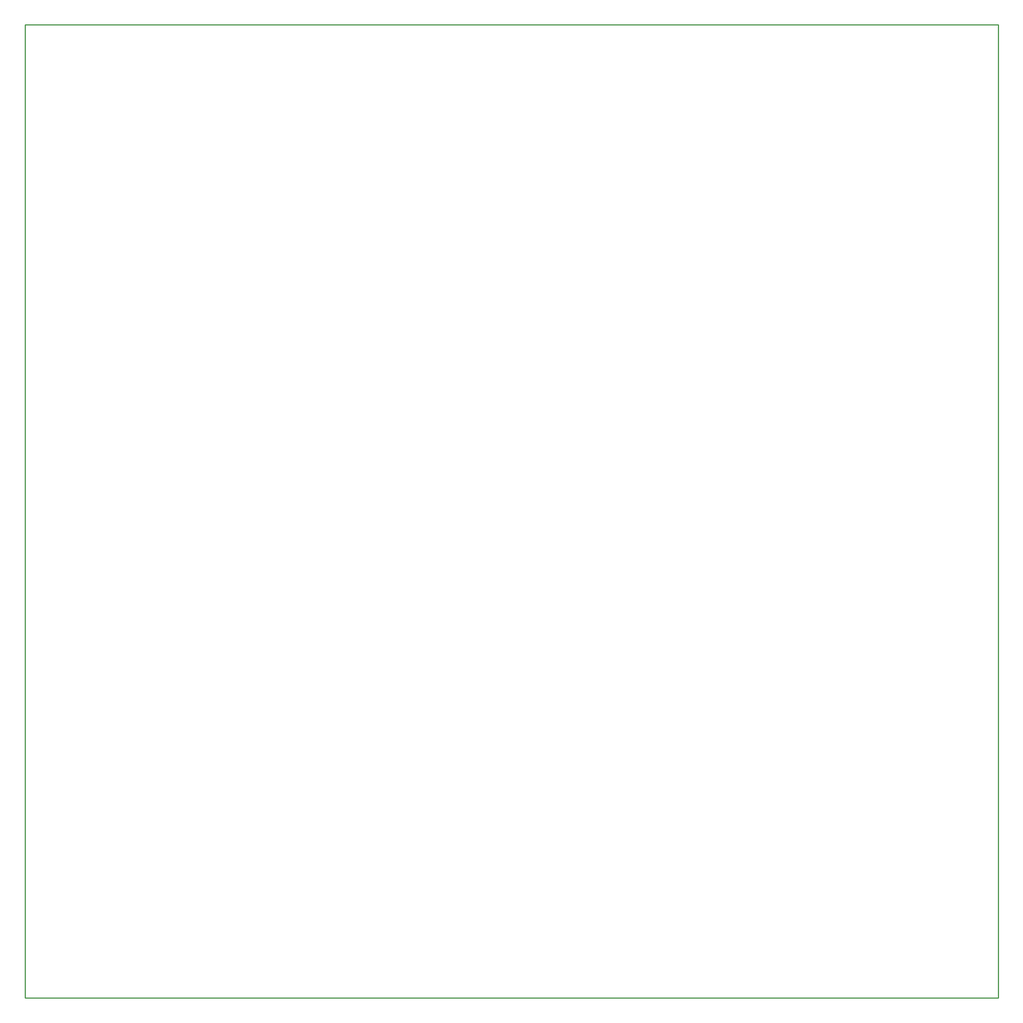
<source format=gko>
G04 Layer: BoardOutline*
G04 EasyEDA v6.4.19.5, 2021-05-16T17:52:14+02:00*
G04 c7de764b28da46dab1ebef90a77263ec,763424db4a57434484c59f209b4bf891,10*
G04 Gerber Generator version 0.2*
G04 Scale: 100 percent, Rotated: No, Reflected: No *
G04 Dimensions in inches *
G04 leading zeros omitted , absolute positions ,3 integer and 6 decimal *
%FSLAX36Y36*%
%MOIN*%

%ADD10C,0.0100*%
D10*
X8661416Y-8661416D02*
G01*
X0Y-8661416D01*
X8661416Y0D02*
G01*
X8661416Y-8661416D01*
X0Y0D02*
G01*
X8661416Y0D01*
X0Y-8661416D02*
G01*
X0Y14D01*

%LPD*%
M02*

</source>
